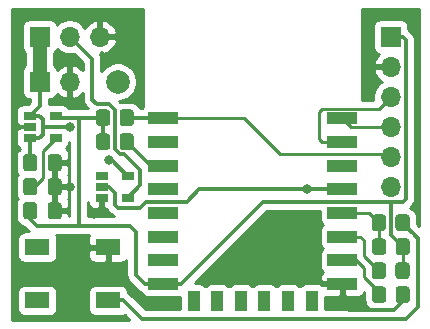
<source format=gbr>
%TF.GenerationSoftware,KiCad,Pcbnew,(5.1.9)-1*%
%TF.CreationDate,2021-10-20T11:11:32-07:00*%
%TF.ProjectId,LED-Controller-ESP-12F,4c45442d-436f-46e7-9472-6f6c6c65722d,A*%
%TF.SameCoordinates,Original*%
%TF.FileFunction,Copper,L1,Top*%
%TF.FilePolarity,Positive*%
%FSLAX46Y46*%
G04 Gerber Fmt 4.6, Leading zero omitted, Abs format (unit mm)*
G04 Created by KiCad (PCBNEW (5.1.9)-1) date 2021-10-20 11:11:32*
%MOMM*%
%LPD*%
G01*
G04 APERTURE LIST*
%TA.AperFunction,ComponentPad*%
%ADD10R,1.700000X1.700000*%
%TD*%
%TA.AperFunction,ComponentPad*%
%ADD11O,1.700000X1.700000*%
%TD*%
%TA.AperFunction,SMDPad,CuDef*%
%ADD12R,2.100000X1.400000*%
%TD*%
%TA.AperFunction,SMDPad,CuDef*%
%ADD13R,1.060000X0.650000*%
%TD*%
%TA.AperFunction,SMDPad,CuDef*%
%ADD14R,2.500000X1.000000*%
%TD*%
%TA.AperFunction,SMDPad,CuDef*%
%ADD15R,1.000000X1.800000*%
%TD*%
%TA.AperFunction,ComponentPad*%
%ADD16C,2.000000*%
%TD*%
%TA.AperFunction,ViaPad*%
%ADD17C,0.800000*%
%TD*%
%TA.AperFunction,Conductor*%
%ADD18C,0.300387*%
%TD*%
%TA.AperFunction,Conductor*%
%ADD19C,1.152000*%
%TD*%
%TA.AperFunction,Conductor*%
%ADD20C,0.250000*%
%TD*%
%TA.AperFunction,Conductor*%
%ADD21C,0.254000*%
%TD*%
%TA.AperFunction,Conductor*%
%ADD22C,0.100000*%
%TD*%
G04 APERTURE END LIST*
%TO.P,C1,1*%
%TO.N,5V*%
%TA.AperFunction,SMDPad,CuDef*%
G36*
G01*
X109859500Y-112997000D02*
X109859500Y-112047000D01*
G75*
G02*
X110109500Y-111797000I250000J0D01*
G01*
X110784500Y-111797000D01*
G75*
G02*
X111034500Y-112047000I0J-250000D01*
G01*
X111034500Y-112997000D01*
G75*
G02*
X110784500Y-113247000I-250000J0D01*
G01*
X110109500Y-113247000D01*
G75*
G02*
X109859500Y-112997000I0J250000D01*
G01*
G37*
%TD.AperFunction*%
%TO.P,C1,2*%
%TO.N,GROUND*%
%TA.AperFunction,SMDPad,CuDef*%
G36*
G01*
X111934500Y-112997000D02*
X111934500Y-112047000D01*
G75*
G02*
X112184500Y-111797000I250000J0D01*
G01*
X112859500Y-111797000D01*
G75*
G02*
X113109500Y-112047000I0J-250000D01*
G01*
X113109500Y-112997000D01*
G75*
G02*
X112859500Y-113247000I-250000J0D01*
G01*
X112184500Y-113247000D01*
G75*
G02*
X111934500Y-112997000I0J250000D01*
G01*
G37*
%TD.AperFunction*%
%TD*%
%TO.P,C2,2*%
%TO.N,GROUND*%
%TA.AperFunction,SMDPad,CuDef*%
G36*
G01*
X111934500Y-115029000D02*
X111934500Y-114079000D01*
G75*
G02*
X112184500Y-113829000I250000J0D01*
G01*
X112859500Y-113829000D01*
G75*
G02*
X113109500Y-114079000I0J-250000D01*
G01*
X113109500Y-115029000D01*
G75*
G02*
X112859500Y-115279000I-250000J0D01*
G01*
X112184500Y-115279000D01*
G75*
G02*
X111934500Y-115029000I0J250000D01*
G01*
G37*
%TD.AperFunction*%
%TO.P,C2,1*%
%TO.N,Net-(C2-Pad1)*%
%TA.AperFunction,SMDPad,CuDef*%
G36*
G01*
X109859500Y-115029000D02*
X109859500Y-114079000D01*
G75*
G02*
X110109500Y-113829000I250000J0D01*
G01*
X110784500Y-113829000D01*
G75*
G02*
X111034500Y-114079000I0J-250000D01*
G01*
X111034500Y-115029000D01*
G75*
G02*
X110784500Y-115279000I-250000J0D01*
G01*
X110109500Y-115279000D01*
G75*
G02*
X109859500Y-115029000I0J250000D01*
G01*
G37*
%TD.AperFunction*%
%TD*%
%TO.P,C3,1*%
%TO.N,3V3*%
%TA.AperFunction,SMDPad,CuDef*%
G36*
G01*
X109859500Y-117061000D02*
X109859500Y-116111000D01*
G75*
G02*
X110109500Y-115861000I250000J0D01*
G01*
X110784500Y-115861000D01*
G75*
G02*
X111034500Y-116111000I0J-250000D01*
G01*
X111034500Y-117061000D01*
G75*
G02*
X110784500Y-117311000I-250000J0D01*
G01*
X110109500Y-117311000D01*
G75*
G02*
X109859500Y-117061000I0J250000D01*
G01*
G37*
%TD.AperFunction*%
%TO.P,C3,2*%
%TO.N,GROUND*%
%TA.AperFunction,SMDPad,CuDef*%
G36*
G01*
X111934500Y-117061000D02*
X111934500Y-116111000D01*
G75*
G02*
X112184500Y-115861000I250000J0D01*
G01*
X112859500Y-115861000D01*
G75*
G02*
X113109500Y-116111000I0J-250000D01*
G01*
X113109500Y-117061000D01*
G75*
G02*
X112859500Y-117311000I-250000J0D01*
G01*
X112184500Y-117311000D01*
G75*
G02*
X111934500Y-117061000I0J250000D01*
G01*
G37*
%TD.AperFunction*%
%TD*%
D10*
%TO.P,J1,1*%
%TO.N,5V*%
X111252000Y-105664000D03*
D11*
%TO.P,J1,2*%
%TO.N,GROUND*%
X113792000Y-105664000D03*
%TD*%
D10*
%TO.P,J2,1*%
%TO.N,5V*%
X111252000Y-101854000D03*
D11*
%TO.P,J2,2*%
%TO.N,DATA*%
X113792000Y-101854000D03*
%TO.P,J2,3*%
%TO.N,GROUND*%
X116332000Y-101854000D03*
%TD*%
D10*
%TO.P,J3,1*%
%TO.N,3V3*%
X140970000Y-101854000D03*
D11*
%TO.P,J3,2*%
%TO.N,GROUND*%
X140970000Y-104394000D03*
%TO.P,J3,3*%
%TO.N,RX*%
X140970000Y-106934000D03*
%TO.P,J3,4*%
%TO.N,TX*%
X140970000Y-109474000D03*
%TO.P,J3,5*%
%TO.N,RESET*%
X140970000Y-112014000D03*
%TO.P,J3,6*%
%TO.N,Net-(J3-Pad6)*%
X140970000Y-114554000D03*
%TD*%
%TO.P,R1,2*%
%TO.N,RESET*%
%TA.AperFunction,SMDPad,CuDef*%
G36*
G01*
X118018000Y-109162001D02*
X118018000Y-108261999D01*
G75*
G02*
X118267999Y-108012000I249999J0D01*
G01*
X118968001Y-108012000D01*
G75*
G02*
X119218000Y-108261999I0J-249999D01*
G01*
X119218000Y-109162001D01*
G75*
G02*
X118968001Y-109412000I-249999J0D01*
G01*
X118267999Y-109412000D01*
G75*
G02*
X118018000Y-109162001I0J249999D01*
G01*
G37*
%TD.AperFunction*%
%TO.P,R1,1*%
%TO.N,3V3*%
%TA.AperFunction,SMDPad,CuDef*%
G36*
G01*
X116018000Y-109162001D02*
X116018000Y-108261999D01*
G75*
G02*
X116267999Y-108012000I249999J0D01*
G01*
X116968001Y-108012000D01*
G75*
G02*
X117218000Y-108261999I0J-249999D01*
G01*
X117218000Y-109162001D01*
G75*
G02*
X116968001Y-109412000I-249999J0D01*
G01*
X116267999Y-109412000D01*
G75*
G02*
X116018000Y-109162001I0J249999D01*
G01*
G37*
%TD.AperFunction*%
%TD*%
%TO.P,R2,1*%
%TO.N,3V3*%
%TA.AperFunction,SMDPad,CuDef*%
G36*
G01*
X116018000Y-111194001D02*
X116018000Y-110293999D01*
G75*
G02*
X116267999Y-110044000I249999J0D01*
G01*
X116968001Y-110044000D01*
G75*
G02*
X117218000Y-110293999I0J-249999D01*
G01*
X117218000Y-111194001D01*
G75*
G02*
X116968001Y-111444000I-249999J0D01*
G01*
X116267999Y-111444000D01*
G75*
G02*
X116018000Y-111194001I0J249999D01*
G01*
G37*
%TD.AperFunction*%
%TO.P,R2,2*%
%TO.N,ENABLE*%
%TA.AperFunction,SMDPad,CuDef*%
G36*
G01*
X118018000Y-111194001D02*
X118018000Y-110293999D01*
G75*
G02*
X118267999Y-110044000I249999J0D01*
G01*
X118968001Y-110044000D01*
G75*
G02*
X119218000Y-110293999I0J-249999D01*
G01*
X119218000Y-111194001D01*
G75*
G02*
X118968001Y-111444000I-249999J0D01*
G01*
X118267999Y-111444000D01*
G75*
G02*
X118018000Y-111194001I0J249999D01*
G01*
G37*
%TD.AperFunction*%
%TD*%
%TO.P,R3,2*%
%TO.N,GPIO2*%
%TA.AperFunction,SMDPad,CuDef*%
G36*
G01*
X140570000Y-121215999D02*
X140570000Y-122116001D01*
G75*
G02*
X140320001Y-122366000I-249999J0D01*
G01*
X139619999Y-122366000D01*
G75*
G02*
X139370000Y-122116001I0J249999D01*
G01*
X139370000Y-121215999D01*
G75*
G02*
X139619999Y-120966000I249999J0D01*
G01*
X140320001Y-120966000D01*
G75*
G02*
X140570000Y-121215999I0J-249999D01*
G01*
G37*
%TD.AperFunction*%
%TO.P,R3,1*%
%TO.N,3V3*%
%TA.AperFunction,SMDPad,CuDef*%
G36*
G01*
X142570000Y-121215999D02*
X142570000Y-122116001D01*
G75*
G02*
X142320001Y-122366000I-249999J0D01*
G01*
X141619999Y-122366000D01*
G75*
G02*
X141370000Y-122116001I0J249999D01*
G01*
X141370000Y-121215999D01*
G75*
G02*
X141619999Y-120966000I249999J0D01*
G01*
X142320001Y-120966000D01*
G75*
G02*
X142570000Y-121215999I0J-249999D01*
G01*
G37*
%TD.AperFunction*%
%TD*%
%TO.P,R4,1*%
%TO.N,GPIO0*%
%TA.AperFunction,SMDPad,CuDef*%
G36*
G01*
X139386000Y-120084001D02*
X139386000Y-119183999D01*
G75*
G02*
X139635999Y-118934000I249999J0D01*
G01*
X140336001Y-118934000D01*
G75*
G02*
X140586000Y-119183999I0J-249999D01*
G01*
X140586000Y-120084001D01*
G75*
G02*
X140336001Y-120334000I-249999J0D01*
G01*
X139635999Y-120334000D01*
G75*
G02*
X139386000Y-120084001I0J249999D01*
G01*
G37*
%TD.AperFunction*%
%TO.P,R4,2*%
%TO.N,3V3*%
%TA.AperFunction,SMDPad,CuDef*%
G36*
G01*
X141386000Y-120084001D02*
X141386000Y-119183999D01*
G75*
G02*
X141635999Y-118934000I249999J0D01*
G01*
X142336001Y-118934000D01*
G75*
G02*
X142586000Y-119183999I0J-249999D01*
G01*
X142586000Y-120084001D01*
G75*
G02*
X142336001Y-120334000I-249999J0D01*
G01*
X141635999Y-120334000D01*
G75*
G02*
X141386000Y-120084001I0J249999D01*
G01*
G37*
%TD.AperFunction*%
%TD*%
%TO.P,R5,1*%
%TO.N,GROUND*%
%TA.AperFunction,SMDPad,CuDef*%
G36*
G01*
X142586000Y-123247999D02*
X142586000Y-124148001D01*
G75*
G02*
X142336001Y-124398000I-249999J0D01*
G01*
X141635999Y-124398000D01*
G75*
G02*
X141386000Y-124148001I0J249999D01*
G01*
X141386000Y-123247999D01*
G75*
G02*
X141635999Y-122998000I249999J0D01*
G01*
X142336001Y-122998000D01*
G75*
G02*
X142586000Y-123247999I0J-249999D01*
G01*
G37*
%TD.AperFunction*%
%TO.P,R5,2*%
%TO.N,GPIO15*%
%TA.AperFunction,SMDPad,CuDef*%
G36*
G01*
X140586000Y-123247999D02*
X140586000Y-124148001D01*
G75*
G02*
X140336001Y-124398000I-249999J0D01*
G01*
X139635999Y-124398000D01*
G75*
G02*
X139386000Y-124148001I0J249999D01*
G01*
X139386000Y-123247999D01*
G75*
G02*
X139635999Y-122998000I249999J0D01*
G01*
X140336001Y-122998000D01*
G75*
G02*
X140586000Y-123247999I0J-249999D01*
G01*
G37*
%TD.AperFunction*%
%TD*%
%TO.P,R6,2*%
%TO.N,GPIO0*%
%TA.AperFunction,SMDPad,CuDef*%
G36*
G01*
X140570000Y-117151999D02*
X140570000Y-118052001D01*
G75*
G02*
X140320001Y-118302000I-249999J0D01*
G01*
X139619999Y-118302000D01*
G75*
G02*
X139370000Y-118052001I0J249999D01*
G01*
X139370000Y-117151999D01*
G75*
G02*
X139619999Y-116902000I249999J0D01*
G01*
X140320001Y-116902000D01*
G75*
G02*
X140570000Y-117151999I0J-249999D01*
G01*
G37*
%TD.AperFunction*%
%TO.P,R6,1*%
%TO.N,Net-(R6-Pad1)*%
%TA.AperFunction,SMDPad,CuDef*%
G36*
G01*
X142570000Y-117151999D02*
X142570000Y-118052001D01*
G75*
G02*
X142320001Y-118302000I-249999J0D01*
G01*
X141619999Y-118302000D01*
G75*
G02*
X141370000Y-118052001I0J249999D01*
G01*
X141370000Y-117151999D01*
G75*
G02*
X141619999Y-116902000I249999J0D01*
G01*
X142320001Y-116902000D01*
G75*
G02*
X142570000Y-117151999I0J-249999D01*
G01*
G37*
%TD.AperFunction*%
%TD*%
D12*
%TO.P,SW1,1*%
%TO.N,Net-(SW1-Pad1)*%
X111046000Y-119670000D03*
%TO.P,SW1,2*%
%TO.N,GROUND*%
X117046000Y-119670000D03*
%TO.P,SW1,3*%
%TO.N,Net-(SW1-Pad3)*%
X111046000Y-124170000D03*
%TO.P,SW1,4*%
%TO.N,Net-(R6-Pad1)*%
X117046000Y-124170000D03*
%TD*%
D13*
%TO.P,U1,5*%
%TO.N,3V3*%
X112606000Y-108524000D03*
%TO.P,U1,4*%
%TO.N,Net-(C2-Pad1)*%
X112606000Y-110424000D03*
%TO.P,U1,3*%
%TO.N,5V*%
X110406000Y-110424000D03*
%TO.P,U1,2*%
%TO.N,GROUND*%
X110406000Y-109474000D03*
%TO.P,U1,1*%
%TO.N,5V*%
X110406000Y-108524000D03*
%TD*%
%TO.P,U2,1*%
%TO.N,Net-(U2-Pad1)*%
X116502000Y-113604000D03*
%TO.P,U2,2*%
%TO.N,GPIO4*%
X116502000Y-114554000D03*
%TO.P,U2,3*%
%TO.N,GROUND*%
X116502000Y-115504000D03*
%TO.P,U2,4*%
%TO.N,DATA*%
X118702000Y-115504000D03*
%TO.P,U2,5*%
%TO.N,5V*%
X118702000Y-113604000D03*
%TD*%
D14*
%TO.P,U3,1*%
%TO.N,RESET*%
X121686000Y-108768000D03*
%TO.P,U3,2*%
%TO.N,Net-(U3-Pad2)*%
X121686000Y-110768000D03*
%TO.P,U3,3*%
%TO.N,ENABLE*%
X121686000Y-112768000D03*
%TO.P,U3,4*%
%TO.N,Net-(U3-Pad4)*%
X121686000Y-114768000D03*
%TO.P,U3,5*%
%TO.N,Net-(U3-Pad5)*%
X121686000Y-116768000D03*
%TO.P,U3,6*%
%TO.N,Net-(U3-Pad6)*%
X121686000Y-118768000D03*
%TO.P,U3,7*%
%TO.N,Net-(U3-Pad7)*%
X121686000Y-120768000D03*
%TO.P,U3,8*%
%TO.N,3V3*%
X121686000Y-122768000D03*
D15*
%TO.P,U3,9*%
%TO.N,Net-(U3-Pad9)*%
X124286000Y-124268000D03*
%TO.P,U3,10*%
%TO.N,Net-(U3-Pad10)*%
X126286000Y-124268000D03*
%TO.P,U3,11*%
%TO.N,Net-(U3-Pad11)*%
X128286000Y-124268000D03*
%TO.P,U3,12*%
%TO.N,Net-(U3-Pad12)*%
X130286000Y-124268000D03*
%TO.P,U3,13*%
%TO.N,Net-(U3-Pad13)*%
X132286000Y-124268000D03*
%TO.P,U3,14*%
%TO.N,Net-(U3-Pad14)*%
X134286000Y-124268000D03*
D14*
%TO.P,U3,15*%
%TO.N,GROUND*%
X136886000Y-122768000D03*
%TO.P,U3,16*%
%TO.N,GPIO15*%
X136886000Y-120768000D03*
%TO.P,U3,17*%
%TO.N,GPIO2*%
X136886000Y-118768000D03*
%TO.P,U3,18*%
%TO.N,GPIO0*%
X136886000Y-116768000D03*
%TO.P,U3,19*%
%TO.N,GPIO4*%
X136886000Y-114768000D03*
%TO.P,U3,20*%
%TO.N,Net-(U3-Pad20)*%
X136886000Y-112768000D03*
%TO.P,U3,21*%
%TO.N,RX*%
X136886000Y-110768000D03*
%TO.P,U3,22*%
%TO.N,TX*%
X136886000Y-108768000D03*
%TD*%
D16*
%TO.P,TP1,1*%
%TO.N,GPIO4*%
X117856000Y-105664000D03*
%TD*%
D17*
%TO.N,5V*%
X113792000Y-109474000D03*
X117094000Y-112268000D03*
%TO.N,GROUND*%
X115824000Y-116840000D03*
X134112000Y-121666000D03*
X113792000Y-114554000D03*
%TO.N,GPIO4*%
X133898000Y-114768000D03*
%TD*%
D18*
%TO.N,Net-(R6-Pad1)*%
X142240000Y-125730000D02*
X143256000Y-124714000D01*
X119888000Y-125730000D02*
X142240000Y-125730000D01*
X118328000Y-124170000D02*
X119888000Y-125730000D01*
X142936204Y-118568204D02*
X141970000Y-117602000D01*
X117046000Y-124170000D02*
X118328000Y-124170000D01*
X143240000Y-118872000D02*
X142936204Y-118568204D01*
X143256000Y-118872000D02*
X143240000Y-118872000D01*
X143256000Y-124714000D02*
X143256000Y-118872000D01*
%TO.N,5V*%
X111252000Y-107678000D02*
X110406000Y-108524000D01*
X111252000Y-105664000D02*
X111252000Y-107678000D01*
X111236387Y-108524000D02*
X111506000Y-108793613D01*
X110406000Y-108524000D02*
X111236387Y-108524000D01*
X111506000Y-110154387D02*
X111236387Y-110424000D01*
X111236387Y-110424000D02*
X110406000Y-110424000D01*
X110406000Y-112481000D02*
X110447000Y-112522000D01*
X110406000Y-110424000D02*
X110406000Y-112481000D01*
X111506000Y-108793613D02*
X111506000Y-109474000D01*
X111506000Y-109474000D02*
X111506000Y-110154387D01*
X111506000Y-109474000D02*
X113030000Y-109474000D01*
X113030000Y-109474000D02*
X113041806Y-109474000D01*
X113030000Y-109474000D02*
X113792000Y-109474000D01*
X113792000Y-109474000D02*
X113792000Y-109474000D01*
X118702000Y-113604000D02*
X118684000Y-113604000D01*
X118684000Y-113604000D02*
X117348000Y-112268000D01*
X117348000Y-112268000D02*
X117094000Y-112268000D01*
X117094000Y-112268000D02*
X117094000Y-112268000D01*
D19*
X111252000Y-101854000D02*
X111252000Y-105664000D01*
D18*
%TO.N,GROUND*%
X116502000Y-116162000D02*
X115824000Y-116840000D01*
X116502000Y-115504000D02*
X116502000Y-116162000D01*
X110406000Y-109474000D02*
X108966000Y-109474000D01*
X136906000Y-124460000D02*
X136906000Y-122788000D01*
X137414000Y-124968000D02*
X136906000Y-124460000D01*
X136906000Y-122788000D02*
X136886000Y-122768000D01*
X141224000Y-124968000D02*
X137414000Y-124968000D01*
X141986000Y-124206000D02*
X141224000Y-124968000D01*
X141986000Y-123698000D02*
X141986000Y-124206000D01*
D20*
%TO.N,Net-(C2-Pad1)*%
X110447000Y-114554000D02*
X110744000Y-114554000D01*
X110744000Y-114554000D02*
X111506000Y-113792000D01*
X111506000Y-111524000D02*
X112606000Y-110424000D01*
X111506000Y-113792000D02*
X111506000Y-111524000D01*
D18*
%TO.N,3V3*%
X116618000Y-108712000D02*
X116618000Y-110744000D01*
X112794000Y-108712000D02*
X112606000Y-108524000D01*
D20*
X141986000Y-121650000D02*
X141970000Y-121666000D01*
X141986000Y-119634000D02*
X141986000Y-121650000D01*
D18*
X116618000Y-108712000D02*
X114554000Y-108712000D01*
X114554000Y-108712000D02*
X112794000Y-108712000D01*
X119380000Y-122012387D02*
X120135613Y-122768000D01*
X120135613Y-122768000D02*
X121686000Y-122768000D01*
X119380000Y-118364000D02*
X119380000Y-122012387D01*
X114554000Y-108712000D02*
X114554000Y-117602000D01*
X110447000Y-117305000D02*
X110447000Y-116586000D01*
X110998000Y-117856000D02*
X110447000Y-117305000D01*
X114554000Y-117856000D02*
X110998000Y-117856000D01*
X114554000Y-117602000D02*
X114554000Y-117856000D01*
X118872000Y-117856000D02*
X119380000Y-118364000D01*
X114554000Y-117856000D02*
X118872000Y-117856000D01*
X123236387Y-122768000D02*
X130180387Y-115824000D01*
X121686000Y-122768000D02*
X123236387Y-122768000D01*
X130180387Y-115824000D02*
X140970000Y-115824000D01*
X140970000Y-118618000D02*
X141986000Y-119634000D01*
X140970000Y-115824000D02*
X140970000Y-118618000D01*
X142240000Y-102108000D02*
X141986000Y-101854000D01*
X142240000Y-115570000D02*
X142240000Y-102108000D01*
X141986000Y-115824000D02*
X142240000Y-115570000D01*
X141986000Y-101854000D02*
X140970000Y-101854000D01*
X140970000Y-115824000D02*
X141986000Y-115824000D01*
%TO.N,DATA*%
X118702000Y-115504000D02*
X118702000Y-115486000D01*
X118702000Y-115486000D02*
X119761000Y-114427000D01*
X118019386Y-111794204D02*
X117602000Y-111376818D01*
X118377556Y-111794204D02*
X118019386Y-111794204D01*
X119761000Y-113177648D02*
X118377556Y-111794204D01*
X119761000Y-114427000D02*
X119761000Y-113177648D01*
X117602000Y-108047182D02*
X117123818Y-107569000D01*
X117602000Y-111376818D02*
X117602000Y-108047182D01*
X117123818Y-107569000D02*
X116078000Y-107569000D01*
X116078000Y-107569000D02*
X115697000Y-107188000D01*
X115697000Y-103759000D02*
X113792000Y-101854000D01*
X115697000Y-107188000D02*
X115697000Y-103759000D01*
D20*
%TO.N,RX*%
X135152000Y-110768000D02*
X136886000Y-110768000D01*
X134874000Y-110490000D02*
X135152000Y-110768000D01*
X134874000Y-108204000D02*
X134874000Y-110490000D01*
X135135001Y-107942999D02*
X134874000Y-108204000D01*
X139961001Y-107942999D02*
X135135001Y-107942999D01*
X140970000Y-106934000D02*
X139961001Y-107942999D01*
%TO.N,TX*%
X137592000Y-109474000D02*
X136886000Y-108768000D01*
X140970000Y-109474000D02*
X137592000Y-109474000D01*
D18*
%TO.N,RESET*%
X121630000Y-108712000D02*
X121686000Y-108768000D01*
X118618000Y-108712000D02*
X121630000Y-108712000D01*
D20*
X140970000Y-112014000D02*
X140716000Y-111760000D01*
X140716000Y-111760000D02*
X131572000Y-111760000D01*
X128580000Y-108768000D02*
X121686000Y-108768000D01*
X131572000Y-111760000D02*
X128580000Y-108768000D01*
D18*
%TO.N,ENABLE*%
X120642000Y-112768000D02*
X121686000Y-112768000D01*
X118618000Y-110744000D02*
X120642000Y-112768000D01*
D20*
%TO.N,GPIO2*%
X139970000Y-121666000D02*
X139954000Y-121666000D01*
X139954000Y-121666000D02*
X138684000Y-120396000D01*
X138386000Y-118768000D02*
X136886000Y-118768000D01*
X138684000Y-119066000D02*
X138386000Y-118768000D01*
X138684000Y-120396000D02*
X138684000Y-119066000D01*
%TO.N,GPIO0*%
X139136000Y-116768000D02*
X139970000Y-117602000D01*
X136886000Y-116768000D02*
X139136000Y-116768000D01*
X139970000Y-119618000D02*
X139986000Y-119634000D01*
X139970000Y-117602000D02*
X139970000Y-119618000D01*
%TO.N,GPIO15*%
X138040000Y-120768000D02*
X136886000Y-120768000D01*
X138684000Y-121412000D02*
X138040000Y-120768000D01*
X139954000Y-123500998D02*
X138684000Y-122230998D01*
X139954000Y-123698000D02*
X139954000Y-123500998D01*
X138684000Y-122230998D02*
X138684000Y-121412000D01*
X139986000Y-123698000D02*
X139954000Y-123698000D01*
D18*
%TO.N,GPIO4*%
X136886000Y-114768000D02*
X133898000Y-114768000D01*
X124754000Y-114768000D02*
X123698000Y-115824000D01*
X120249648Y-115824000D02*
X119741648Y-116332000D01*
X123698000Y-115824000D02*
X120249648Y-115824000D01*
X119741648Y-116332000D02*
X117856000Y-116332000D01*
X117856000Y-116332000D02*
X117602000Y-116078000D01*
X117602000Y-116078000D02*
X117602000Y-115062000D01*
X117094000Y-114554000D02*
X116502000Y-114554000D01*
X117602000Y-115062000D02*
X117094000Y-114554000D01*
X133898000Y-114768000D02*
X124754000Y-114768000D01*
%TD*%
D21*
%TO.N,GROUND*%
X120015000Y-107792043D02*
X119984815Y-107816815D01*
X119905463Y-107913506D01*
X119898353Y-107926807D01*
X119789885Y-107926807D01*
X119788472Y-107922149D01*
X119706405Y-107768613D01*
X119595962Y-107634038D01*
X119461387Y-107523595D01*
X119307851Y-107441528D01*
X119141255Y-107390992D01*
X118968001Y-107373928D01*
X118267999Y-107373928D01*
X118094745Y-107390992D01*
X118065202Y-107399954D01*
X117964248Y-107299000D01*
X118017033Y-107299000D01*
X118332912Y-107236168D01*
X118630463Y-107112918D01*
X118898252Y-106933987D01*
X119125987Y-106706252D01*
X119304918Y-106438463D01*
X119428168Y-106140912D01*
X119491000Y-105825033D01*
X119491000Y-105502967D01*
X119428168Y-105187088D01*
X119304918Y-104889537D01*
X119125987Y-104621748D01*
X118898252Y-104394013D01*
X118630463Y-104215082D01*
X118332912Y-104091832D01*
X118017033Y-104029000D01*
X117694967Y-104029000D01*
X117379088Y-104091832D01*
X117081537Y-104215082D01*
X116813748Y-104394013D01*
X116586013Y-104621748D01*
X116482193Y-104777126D01*
X116482193Y-103797570D01*
X116485992Y-103759000D01*
X116482193Y-103720427D01*
X116470832Y-103605075D01*
X116425934Y-103457066D01*
X116362826Y-103339000D01*
X116459002Y-103339000D01*
X116459002Y-103174156D01*
X116688890Y-103295476D01*
X116836099Y-103250825D01*
X117098920Y-103125641D01*
X117332269Y-102951588D01*
X117527178Y-102735355D01*
X117676157Y-102485252D01*
X117773481Y-102210891D01*
X117652814Y-101981000D01*
X116459000Y-101981000D01*
X116459000Y-102001000D01*
X116205000Y-102001000D01*
X116205000Y-101981000D01*
X116185000Y-101981000D01*
X116185000Y-101727000D01*
X116205000Y-101727000D01*
X116205000Y-100533845D01*
X116459000Y-100533845D01*
X116459000Y-101727000D01*
X117652814Y-101727000D01*
X117773481Y-101497109D01*
X117676157Y-101222748D01*
X117527178Y-100972645D01*
X117332269Y-100756412D01*
X117098920Y-100582359D01*
X116836099Y-100457175D01*
X116688890Y-100412524D01*
X116459000Y-100533845D01*
X116205000Y-100533845D01*
X115975110Y-100412524D01*
X115827901Y-100457175D01*
X115565080Y-100582359D01*
X115331731Y-100756412D01*
X115136822Y-100972645D01*
X115067195Y-101089534D01*
X114945475Y-100907368D01*
X114738632Y-100700525D01*
X114495411Y-100538010D01*
X114225158Y-100426068D01*
X113938260Y-100369000D01*
X113645740Y-100369000D01*
X113358842Y-100426068D01*
X113088589Y-100538010D01*
X112845368Y-100700525D01*
X112713513Y-100832380D01*
X112691502Y-100759820D01*
X112632537Y-100649506D01*
X112553185Y-100552815D01*
X112456494Y-100473463D01*
X112346180Y-100414498D01*
X112226482Y-100378188D01*
X112102000Y-100365928D01*
X110402000Y-100365928D01*
X110277518Y-100378188D01*
X110157820Y-100414498D01*
X110047506Y-100473463D01*
X109950815Y-100552815D01*
X109871463Y-100649506D01*
X109812498Y-100759820D01*
X109776188Y-100879518D01*
X109763928Y-101004000D01*
X109763928Y-102704000D01*
X109776188Y-102828482D01*
X109812498Y-102948180D01*
X109871463Y-103058494D01*
X109950815Y-103155185D01*
X110041000Y-103229198D01*
X110041001Y-104288802D01*
X109950815Y-104362815D01*
X109871463Y-104459506D01*
X109812498Y-104569820D01*
X109776188Y-104689518D01*
X109763928Y-104814000D01*
X109763928Y-106514000D01*
X109776188Y-106638482D01*
X109812498Y-106758180D01*
X109871463Y-106868494D01*
X109950815Y-106965185D01*
X110047506Y-107044537D01*
X110157820Y-107103502D01*
X110277518Y-107139812D01*
X110402000Y-107152072D01*
X110466808Y-107152072D01*
X110466808Y-107352762D01*
X110258642Y-107560928D01*
X109876000Y-107560928D01*
X109751518Y-107573188D01*
X109631820Y-107609498D01*
X109521506Y-107668463D01*
X109424815Y-107747815D01*
X109345463Y-107844506D01*
X109286498Y-107954820D01*
X109250188Y-108074518D01*
X109237928Y-108199000D01*
X109237928Y-108849000D01*
X109250188Y-108973482D01*
X109257929Y-108999000D01*
X109250188Y-109024518D01*
X109237928Y-109149000D01*
X109241000Y-109188250D01*
X109399750Y-109347000D01*
X109481859Y-109347000D01*
X109521506Y-109379537D01*
X109631820Y-109438502D01*
X109748841Y-109474000D01*
X109631820Y-109509498D01*
X109521506Y-109568463D01*
X109481859Y-109601000D01*
X109399750Y-109601000D01*
X109241000Y-109759750D01*
X109237928Y-109799000D01*
X109250188Y-109923482D01*
X109257929Y-109949000D01*
X109250188Y-109974518D01*
X109237928Y-110099000D01*
X109237928Y-110749000D01*
X109250188Y-110873482D01*
X109286498Y-110993180D01*
X109345463Y-111103494D01*
X109424815Y-111200185D01*
X109521506Y-111279537D01*
X109600240Y-111321622D01*
X109481538Y-111419038D01*
X109371095Y-111553614D01*
X109289028Y-111707150D01*
X109238492Y-111873746D01*
X109221428Y-112047000D01*
X109221428Y-112997000D01*
X109238492Y-113170254D01*
X109289028Y-113336850D01*
X109371095Y-113490386D01*
X109410171Y-113538000D01*
X109371095Y-113585614D01*
X109289028Y-113739150D01*
X109238492Y-113905746D01*
X109221428Y-114079000D01*
X109221428Y-115029000D01*
X109238492Y-115202254D01*
X109289028Y-115368850D01*
X109371095Y-115522386D01*
X109410171Y-115570000D01*
X109371095Y-115617614D01*
X109289028Y-115771150D01*
X109238492Y-115937746D01*
X109221428Y-116111000D01*
X109221428Y-117061000D01*
X109238492Y-117234254D01*
X109289028Y-117400850D01*
X109371095Y-117554386D01*
X109481538Y-117688962D01*
X109616114Y-117799405D01*
X109769650Y-117881472D01*
X109936246Y-117932008D01*
X109966564Y-117934994D01*
X110363498Y-118331928D01*
X109996000Y-118331928D01*
X109871518Y-118344188D01*
X109751820Y-118380498D01*
X109641506Y-118439463D01*
X109544815Y-118518815D01*
X109465463Y-118615506D01*
X109406498Y-118725820D01*
X109370188Y-118845518D01*
X109357928Y-118970000D01*
X109357928Y-120370000D01*
X109370188Y-120494482D01*
X109406498Y-120614180D01*
X109465463Y-120724494D01*
X109544815Y-120821185D01*
X109641506Y-120900537D01*
X109751820Y-120959502D01*
X109871518Y-120995812D01*
X109996000Y-121008072D01*
X112096000Y-121008072D01*
X112220482Y-120995812D01*
X112340180Y-120959502D01*
X112450494Y-120900537D01*
X112547185Y-120821185D01*
X112626537Y-120724494D01*
X112685502Y-120614180D01*
X112721812Y-120494482D01*
X112734072Y-120370000D01*
X115357928Y-120370000D01*
X115370188Y-120494482D01*
X115406498Y-120614180D01*
X115465463Y-120724494D01*
X115544815Y-120821185D01*
X115641506Y-120900537D01*
X115751820Y-120959502D01*
X115871518Y-120995812D01*
X115996000Y-121008072D01*
X116760250Y-121005000D01*
X116919000Y-120846250D01*
X116919000Y-119797000D01*
X115519750Y-119797000D01*
X115361000Y-119955750D01*
X115357928Y-120370000D01*
X112734072Y-120370000D01*
X112734072Y-118970000D01*
X112721812Y-118845518D01*
X112685502Y-118725820D01*
X112640267Y-118641193D01*
X114515428Y-118641193D01*
X114554000Y-118644992D01*
X114592573Y-118641193D01*
X115451733Y-118641193D01*
X115406498Y-118725820D01*
X115370188Y-118845518D01*
X115357928Y-118970000D01*
X115361000Y-119384250D01*
X115519750Y-119543000D01*
X116919000Y-119543000D01*
X116919000Y-119523000D01*
X117173000Y-119523000D01*
X117173000Y-119543000D01*
X117193000Y-119543000D01*
X117193000Y-119797000D01*
X117173000Y-119797000D01*
X117173000Y-120846250D01*
X117331750Y-121005000D01*
X118096000Y-121008072D01*
X118220482Y-120995812D01*
X118340180Y-120959502D01*
X118450494Y-120900537D01*
X118547185Y-120821185D01*
X118594808Y-120763156D01*
X118594808Y-121973807D01*
X118591008Y-122012387D01*
X118606169Y-122166312D01*
X118651067Y-122314321D01*
X118723977Y-122450727D01*
X118783491Y-122523245D01*
X118822099Y-122570289D01*
X118852060Y-122594877D01*
X119553122Y-123295940D01*
X119577711Y-123325902D01*
X119609528Y-123352013D01*
X119697272Y-123424023D01*
X119770183Y-123462994D01*
X119833679Y-123496934D01*
X119842704Y-123499672D01*
X119846498Y-123512180D01*
X119905463Y-123622494D01*
X119984815Y-123719185D01*
X120081506Y-123798537D01*
X120191820Y-123857502D01*
X120311518Y-123893812D01*
X120436000Y-123906072D01*
X122936000Y-123906072D01*
X123060482Y-123893812D01*
X123147928Y-123867286D01*
X123147928Y-124944807D01*
X120213238Y-124944807D01*
X118910495Y-123642065D01*
X118885902Y-123612098D01*
X118766340Y-123513977D01*
X118734072Y-123496729D01*
X118734072Y-123470000D01*
X118721812Y-123345518D01*
X118685502Y-123225820D01*
X118626537Y-123115506D01*
X118547185Y-123018815D01*
X118450494Y-122939463D01*
X118340180Y-122880498D01*
X118220482Y-122844188D01*
X118096000Y-122831928D01*
X115996000Y-122831928D01*
X115871518Y-122844188D01*
X115751820Y-122880498D01*
X115641506Y-122939463D01*
X115544815Y-123018815D01*
X115465463Y-123115506D01*
X115406498Y-123225820D01*
X115370188Y-123345518D01*
X115357928Y-123470000D01*
X115357928Y-124870000D01*
X115370188Y-124994482D01*
X115406498Y-125114180D01*
X115465463Y-125224494D01*
X115544815Y-125321185D01*
X115641506Y-125400537D01*
X115751820Y-125459502D01*
X115871518Y-125495812D01*
X115996000Y-125508072D01*
X118096000Y-125508072D01*
X118220482Y-125495812D01*
X118340180Y-125459502D01*
X118448938Y-125401369D01*
X118854569Y-125807000D01*
X108889000Y-125807000D01*
X108889000Y-123470000D01*
X109357928Y-123470000D01*
X109357928Y-124870000D01*
X109370188Y-124994482D01*
X109406498Y-125114180D01*
X109465463Y-125224494D01*
X109544815Y-125321185D01*
X109641506Y-125400537D01*
X109751820Y-125459502D01*
X109871518Y-125495812D01*
X109996000Y-125508072D01*
X112096000Y-125508072D01*
X112220482Y-125495812D01*
X112340180Y-125459502D01*
X112450494Y-125400537D01*
X112547185Y-125321185D01*
X112626537Y-125224494D01*
X112685502Y-125114180D01*
X112721812Y-124994482D01*
X112734072Y-124870000D01*
X112734072Y-123470000D01*
X112721812Y-123345518D01*
X112685502Y-123225820D01*
X112626537Y-123115506D01*
X112547185Y-123018815D01*
X112450494Y-122939463D01*
X112340180Y-122880498D01*
X112220482Y-122844188D01*
X112096000Y-122831928D01*
X109996000Y-122831928D01*
X109871518Y-122844188D01*
X109751820Y-122880498D01*
X109641506Y-122939463D01*
X109544815Y-123018815D01*
X109465463Y-123115506D01*
X109406498Y-123225820D01*
X109370188Y-123345518D01*
X109357928Y-123470000D01*
X108889000Y-123470000D01*
X108889000Y-99491000D01*
X120015000Y-99491000D01*
X120015000Y-107792043D01*
%TA.AperFunction,Conductor*%
D22*
G36*
X120015000Y-107792043D02*
G01*
X119984815Y-107816815D01*
X119905463Y-107913506D01*
X119898353Y-107926807D01*
X119789885Y-107926807D01*
X119788472Y-107922149D01*
X119706405Y-107768613D01*
X119595962Y-107634038D01*
X119461387Y-107523595D01*
X119307851Y-107441528D01*
X119141255Y-107390992D01*
X118968001Y-107373928D01*
X118267999Y-107373928D01*
X118094745Y-107390992D01*
X118065202Y-107399954D01*
X117964248Y-107299000D01*
X118017033Y-107299000D01*
X118332912Y-107236168D01*
X118630463Y-107112918D01*
X118898252Y-106933987D01*
X119125987Y-106706252D01*
X119304918Y-106438463D01*
X119428168Y-106140912D01*
X119491000Y-105825033D01*
X119491000Y-105502967D01*
X119428168Y-105187088D01*
X119304918Y-104889537D01*
X119125987Y-104621748D01*
X118898252Y-104394013D01*
X118630463Y-104215082D01*
X118332912Y-104091832D01*
X118017033Y-104029000D01*
X117694967Y-104029000D01*
X117379088Y-104091832D01*
X117081537Y-104215082D01*
X116813748Y-104394013D01*
X116586013Y-104621748D01*
X116482193Y-104777126D01*
X116482193Y-103797570D01*
X116485992Y-103759000D01*
X116482193Y-103720427D01*
X116470832Y-103605075D01*
X116425934Y-103457066D01*
X116362826Y-103339000D01*
X116459002Y-103339000D01*
X116459002Y-103174156D01*
X116688890Y-103295476D01*
X116836099Y-103250825D01*
X117098920Y-103125641D01*
X117332269Y-102951588D01*
X117527178Y-102735355D01*
X117676157Y-102485252D01*
X117773481Y-102210891D01*
X117652814Y-101981000D01*
X116459000Y-101981000D01*
X116459000Y-102001000D01*
X116205000Y-102001000D01*
X116205000Y-101981000D01*
X116185000Y-101981000D01*
X116185000Y-101727000D01*
X116205000Y-101727000D01*
X116205000Y-100533845D01*
X116459000Y-100533845D01*
X116459000Y-101727000D01*
X117652814Y-101727000D01*
X117773481Y-101497109D01*
X117676157Y-101222748D01*
X117527178Y-100972645D01*
X117332269Y-100756412D01*
X117098920Y-100582359D01*
X116836099Y-100457175D01*
X116688890Y-100412524D01*
X116459000Y-100533845D01*
X116205000Y-100533845D01*
X115975110Y-100412524D01*
X115827901Y-100457175D01*
X115565080Y-100582359D01*
X115331731Y-100756412D01*
X115136822Y-100972645D01*
X115067195Y-101089534D01*
X114945475Y-100907368D01*
X114738632Y-100700525D01*
X114495411Y-100538010D01*
X114225158Y-100426068D01*
X113938260Y-100369000D01*
X113645740Y-100369000D01*
X113358842Y-100426068D01*
X113088589Y-100538010D01*
X112845368Y-100700525D01*
X112713513Y-100832380D01*
X112691502Y-100759820D01*
X112632537Y-100649506D01*
X112553185Y-100552815D01*
X112456494Y-100473463D01*
X112346180Y-100414498D01*
X112226482Y-100378188D01*
X112102000Y-100365928D01*
X110402000Y-100365928D01*
X110277518Y-100378188D01*
X110157820Y-100414498D01*
X110047506Y-100473463D01*
X109950815Y-100552815D01*
X109871463Y-100649506D01*
X109812498Y-100759820D01*
X109776188Y-100879518D01*
X109763928Y-101004000D01*
X109763928Y-102704000D01*
X109776188Y-102828482D01*
X109812498Y-102948180D01*
X109871463Y-103058494D01*
X109950815Y-103155185D01*
X110041000Y-103229198D01*
X110041001Y-104288802D01*
X109950815Y-104362815D01*
X109871463Y-104459506D01*
X109812498Y-104569820D01*
X109776188Y-104689518D01*
X109763928Y-104814000D01*
X109763928Y-106514000D01*
X109776188Y-106638482D01*
X109812498Y-106758180D01*
X109871463Y-106868494D01*
X109950815Y-106965185D01*
X110047506Y-107044537D01*
X110157820Y-107103502D01*
X110277518Y-107139812D01*
X110402000Y-107152072D01*
X110466808Y-107152072D01*
X110466808Y-107352762D01*
X110258642Y-107560928D01*
X109876000Y-107560928D01*
X109751518Y-107573188D01*
X109631820Y-107609498D01*
X109521506Y-107668463D01*
X109424815Y-107747815D01*
X109345463Y-107844506D01*
X109286498Y-107954820D01*
X109250188Y-108074518D01*
X109237928Y-108199000D01*
X109237928Y-108849000D01*
X109250188Y-108973482D01*
X109257929Y-108999000D01*
X109250188Y-109024518D01*
X109237928Y-109149000D01*
X109241000Y-109188250D01*
X109399750Y-109347000D01*
X109481859Y-109347000D01*
X109521506Y-109379537D01*
X109631820Y-109438502D01*
X109748841Y-109474000D01*
X109631820Y-109509498D01*
X109521506Y-109568463D01*
X109481859Y-109601000D01*
X109399750Y-109601000D01*
X109241000Y-109759750D01*
X109237928Y-109799000D01*
X109250188Y-109923482D01*
X109257929Y-109949000D01*
X109250188Y-109974518D01*
X109237928Y-110099000D01*
X109237928Y-110749000D01*
X109250188Y-110873482D01*
X109286498Y-110993180D01*
X109345463Y-111103494D01*
X109424815Y-111200185D01*
X109521506Y-111279537D01*
X109600240Y-111321622D01*
X109481538Y-111419038D01*
X109371095Y-111553614D01*
X109289028Y-111707150D01*
X109238492Y-111873746D01*
X109221428Y-112047000D01*
X109221428Y-112997000D01*
X109238492Y-113170254D01*
X109289028Y-113336850D01*
X109371095Y-113490386D01*
X109410171Y-113538000D01*
X109371095Y-113585614D01*
X109289028Y-113739150D01*
X109238492Y-113905746D01*
X109221428Y-114079000D01*
X109221428Y-115029000D01*
X109238492Y-115202254D01*
X109289028Y-115368850D01*
X109371095Y-115522386D01*
X109410171Y-115570000D01*
X109371095Y-115617614D01*
X109289028Y-115771150D01*
X109238492Y-115937746D01*
X109221428Y-116111000D01*
X109221428Y-117061000D01*
X109238492Y-117234254D01*
X109289028Y-117400850D01*
X109371095Y-117554386D01*
X109481538Y-117688962D01*
X109616114Y-117799405D01*
X109769650Y-117881472D01*
X109936246Y-117932008D01*
X109966564Y-117934994D01*
X110363498Y-118331928D01*
X109996000Y-118331928D01*
X109871518Y-118344188D01*
X109751820Y-118380498D01*
X109641506Y-118439463D01*
X109544815Y-118518815D01*
X109465463Y-118615506D01*
X109406498Y-118725820D01*
X109370188Y-118845518D01*
X109357928Y-118970000D01*
X109357928Y-120370000D01*
X109370188Y-120494482D01*
X109406498Y-120614180D01*
X109465463Y-120724494D01*
X109544815Y-120821185D01*
X109641506Y-120900537D01*
X109751820Y-120959502D01*
X109871518Y-120995812D01*
X109996000Y-121008072D01*
X112096000Y-121008072D01*
X112220482Y-120995812D01*
X112340180Y-120959502D01*
X112450494Y-120900537D01*
X112547185Y-120821185D01*
X112626537Y-120724494D01*
X112685502Y-120614180D01*
X112721812Y-120494482D01*
X112734072Y-120370000D01*
X115357928Y-120370000D01*
X115370188Y-120494482D01*
X115406498Y-120614180D01*
X115465463Y-120724494D01*
X115544815Y-120821185D01*
X115641506Y-120900537D01*
X115751820Y-120959502D01*
X115871518Y-120995812D01*
X115996000Y-121008072D01*
X116760250Y-121005000D01*
X116919000Y-120846250D01*
X116919000Y-119797000D01*
X115519750Y-119797000D01*
X115361000Y-119955750D01*
X115357928Y-120370000D01*
X112734072Y-120370000D01*
X112734072Y-118970000D01*
X112721812Y-118845518D01*
X112685502Y-118725820D01*
X112640267Y-118641193D01*
X114515428Y-118641193D01*
X114554000Y-118644992D01*
X114592573Y-118641193D01*
X115451733Y-118641193D01*
X115406498Y-118725820D01*
X115370188Y-118845518D01*
X115357928Y-118970000D01*
X115361000Y-119384250D01*
X115519750Y-119543000D01*
X116919000Y-119543000D01*
X116919000Y-119523000D01*
X117173000Y-119523000D01*
X117173000Y-119543000D01*
X117193000Y-119543000D01*
X117193000Y-119797000D01*
X117173000Y-119797000D01*
X117173000Y-120846250D01*
X117331750Y-121005000D01*
X118096000Y-121008072D01*
X118220482Y-120995812D01*
X118340180Y-120959502D01*
X118450494Y-120900537D01*
X118547185Y-120821185D01*
X118594808Y-120763156D01*
X118594808Y-121973807D01*
X118591008Y-122012387D01*
X118606169Y-122166312D01*
X118651067Y-122314321D01*
X118723977Y-122450727D01*
X118783491Y-122523245D01*
X118822099Y-122570289D01*
X118852060Y-122594877D01*
X119553122Y-123295940D01*
X119577711Y-123325902D01*
X119609528Y-123352013D01*
X119697272Y-123424023D01*
X119770183Y-123462994D01*
X119833679Y-123496934D01*
X119842704Y-123499672D01*
X119846498Y-123512180D01*
X119905463Y-123622494D01*
X119984815Y-123719185D01*
X120081506Y-123798537D01*
X120191820Y-123857502D01*
X120311518Y-123893812D01*
X120436000Y-123906072D01*
X122936000Y-123906072D01*
X123060482Y-123893812D01*
X123147928Y-123867286D01*
X123147928Y-124944807D01*
X120213238Y-124944807D01*
X118910495Y-123642065D01*
X118885902Y-123612098D01*
X118766340Y-123513977D01*
X118734072Y-123496729D01*
X118734072Y-123470000D01*
X118721812Y-123345518D01*
X118685502Y-123225820D01*
X118626537Y-123115506D01*
X118547185Y-123018815D01*
X118450494Y-122939463D01*
X118340180Y-122880498D01*
X118220482Y-122844188D01*
X118096000Y-122831928D01*
X115996000Y-122831928D01*
X115871518Y-122844188D01*
X115751820Y-122880498D01*
X115641506Y-122939463D01*
X115544815Y-123018815D01*
X115465463Y-123115506D01*
X115406498Y-123225820D01*
X115370188Y-123345518D01*
X115357928Y-123470000D01*
X115357928Y-124870000D01*
X115370188Y-124994482D01*
X115406498Y-125114180D01*
X115465463Y-125224494D01*
X115544815Y-125321185D01*
X115641506Y-125400537D01*
X115751820Y-125459502D01*
X115871518Y-125495812D01*
X115996000Y-125508072D01*
X118096000Y-125508072D01*
X118220482Y-125495812D01*
X118340180Y-125459502D01*
X118448938Y-125401369D01*
X118854569Y-125807000D01*
X108889000Y-125807000D01*
X108889000Y-123470000D01*
X109357928Y-123470000D01*
X109357928Y-124870000D01*
X109370188Y-124994482D01*
X109406498Y-125114180D01*
X109465463Y-125224494D01*
X109544815Y-125321185D01*
X109641506Y-125400537D01*
X109751820Y-125459502D01*
X109871518Y-125495812D01*
X109996000Y-125508072D01*
X112096000Y-125508072D01*
X112220482Y-125495812D01*
X112340180Y-125459502D01*
X112450494Y-125400537D01*
X112547185Y-125321185D01*
X112626537Y-125224494D01*
X112685502Y-125114180D01*
X112721812Y-124994482D01*
X112734072Y-124870000D01*
X112734072Y-123470000D01*
X112721812Y-123345518D01*
X112685502Y-123225820D01*
X112626537Y-123115506D01*
X112547185Y-123018815D01*
X112450494Y-122939463D01*
X112340180Y-122880498D01*
X112220482Y-122844188D01*
X112096000Y-122831928D01*
X109996000Y-122831928D01*
X109871518Y-122844188D01*
X109751820Y-122880498D01*
X109641506Y-122939463D01*
X109544815Y-123018815D01*
X109465463Y-123115506D01*
X109406498Y-123225820D01*
X109370188Y-123345518D01*
X109357928Y-123470000D01*
X108889000Y-123470000D01*
X108889000Y-99491000D01*
X120015000Y-99491000D01*
X120015000Y-107792043D01*
G37*
%TD.AperFunction*%
D21*
X134997928Y-117268000D02*
X135010188Y-117392482D01*
X135046498Y-117512180D01*
X135105463Y-117622494D01*
X135184815Y-117719185D01*
X135244296Y-117768000D01*
X135184815Y-117816815D01*
X135105463Y-117913506D01*
X135046498Y-118023820D01*
X135010188Y-118143518D01*
X134997928Y-118268000D01*
X134997928Y-119268000D01*
X135010188Y-119392482D01*
X135046498Y-119512180D01*
X135105463Y-119622494D01*
X135184815Y-119719185D01*
X135244296Y-119768000D01*
X135184815Y-119816815D01*
X135105463Y-119913506D01*
X135046498Y-120023820D01*
X135010188Y-120143518D01*
X134997928Y-120268000D01*
X134997928Y-121268000D01*
X135010188Y-121392482D01*
X135046498Y-121512180D01*
X135105463Y-121622494D01*
X135184815Y-121719185D01*
X135244296Y-121768000D01*
X135184815Y-121816815D01*
X135105463Y-121913506D01*
X135046498Y-122023820D01*
X135010188Y-122143518D01*
X134997928Y-122268000D01*
X135001000Y-122482250D01*
X135159750Y-122641000D01*
X136759000Y-122641000D01*
X136759000Y-122621000D01*
X137013000Y-122621000D01*
X137013000Y-122641000D01*
X137033000Y-122641000D01*
X137033000Y-122895000D01*
X137013000Y-122895000D01*
X137013000Y-123744250D01*
X137171750Y-123903000D01*
X138136000Y-123906072D01*
X138260482Y-123893812D01*
X138380180Y-123857502D01*
X138490494Y-123798537D01*
X138587185Y-123719185D01*
X138666537Y-123622494D01*
X138725502Y-123512180D01*
X138747928Y-123438251D01*
X138747928Y-124148001D01*
X138764992Y-124321255D01*
X138815528Y-124487851D01*
X138897595Y-124641387D01*
X139008038Y-124775962D01*
X139142613Y-124886405D01*
X139251875Y-124944807D01*
X135424072Y-124944807D01*
X135424072Y-123867286D01*
X135511518Y-123893812D01*
X135636000Y-123906072D01*
X136600250Y-123903000D01*
X136759000Y-123744250D01*
X136759000Y-122895000D01*
X135210603Y-122895000D01*
X135140494Y-122837463D01*
X135030180Y-122778498D01*
X134910482Y-122742188D01*
X134786000Y-122729928D01*
X133786000Y-122729928D01*
X133661518Y-122742188D01*
X133541820Y-122778498D01*
X133431506Y-122837463D01*
X133334815Y-122916815D01*
X133286000Y-122976296D01*
X133237185Y-122916815D01*
X133140494Y-122837463D01*
X133030180Y-122778498D01*
X132910482Y-122742188D01*
X132786000Y-122729928D01*
X131786000Y-122729928D01*
X131661518Y-122742188D01*
X131541820Y-122778498D01*
X131431506Y-122837463D01*
X131334815Y-122916815D01*
X131286000Y-122976296D01*
X131237185Y-122916815D01*
X131140494Y-122837463D01*
X131030180Y-122778498D01*
X130910482Y-122742188D01*
X130786000Y-122729928D01*
X129786000Y-122729928D01*
X129661518Y-122742188D01*
X129541820Y-122778498D01*
X129431506Y-122837463D01*
X129334815Y-122916815D01*
X129286000Y-122976296D01*
X129237185Y-122916815D01*
X129140494Y-122837463D01*
X129030180Y-122778498D01*
X128910482Y-122742188D01*
X128786000Y-122729928D01*
X127786000Y-122729928D01*
X127661518Y-122742188D01*
X127541820Y-122778498D01*
X127431506Y-122837463D01*
X127334815Y-122916815D01*
X127286000Y-122976296D01*
X127237185Y-122916815D01*
X127140494Y-122837463D01*
X127030180Y-122778498D01*
X126910482Y-122742188D01*
X126786000Y-122729928D01*
X125786000Y-122729928D01*
X125661518Y-122742188D01*
X125541820Y-122778498D01*
X125431506Y-122837463D01*
X125334815Y-122916815D01*
X125286000Y-122976296D01*
X125237185Y-122916815D01*
X125140494Y-122837463D01*
X125030180Y-122778498D01*
X124910482Y-122742188D01*
X124786000Y-122729928D01*
X124384889Y-122729928D01*
X130505625Y-116609193D01*
X134997928Y-116609193D01*
X134997928Y-117268000D01*
%TA.AperFunction,Conductor*%
D22*
G36*
X134997928Y-117268000D02*
G01*
X135010188Y-117392482D01*
X135046498Y-117512180D01*
X135105463Y-117622494D01*
X135184815Y-117719185D01*
X135244296Y-117768000D01*
X135184815Y-117816815D01*
X135105463Y-117913506D01*
X135046498Y-118023820D01*
X135010188Y-118143518D01*
X134997928Y-118268000D01*
X134997928Y-119268000D01*
X135010188Y-119392482D01*
X135046498Y-119512180D01*
X135105463Y-119622494D01*
X135184815Y-119719185D01*
X135244296Y-119768000D01*
X135184815Y-119816815D01*
X135105463Y-119913506D01*
X135046498Y-120023820D01*
X135010188Y-120143518D01*
X134997928Y-120268000D01*
X134997928Y-121268000D01*
X135010188Y-121392482D01*
X135046498Y-121512180D01*
X135105463Y-121622494D01*
X135184815Y-121719185D01*
X135244296Y-121768000D01*
X135184815Y-121816815D01*
X135105463Y-121913506D01*
X135046498Y-122023820D01*
X135010188Y-122143518D01*
X134997928Y-122268000D01*
X135001000Y-122482250D01*
X135159750Y-122641000D01*
X136759000Y-122641000D01*
X136759000Y-122621000D01*
X137013000Y-122621000D01*
X137013000Y-122641000D01*
X137033000Y-122641000D01*
X137033000Y-122895000D01*
X137013000Y-122895000D01*
X137013000Y-123744250D01*
X137171750Y-123903000D01*
X138136000Y-123906072D01*
X138260482Y-123893812D01*
X138380180Y-123857502D01*
X138490494Y-123798537D01*
X138587185Y-123719185D01*
X138666537Y-123622494D01*
X138725502Y-123512180D01*
X138747928Y-123438251D01*
X138747928Y-124148001D01*
X138764992Y-124321255D01*
X138815528Y-124487851D01*
X138897595Y-124641387D01*
X139008038Y-124775962D01*
X139142613Y-124886405D01*
X139251875Y-124944807D01*
X135424072Y-124944807D01*
X135424072Y-123867286D01*
X135511518Y-123893812D01*
X135636000Y-123906072D01*
X136600250Y-123903000D01*
X136759000Y-123744250D01*
X136759000Y-122895000D01*
X135210603Y-122895000D01*
X135140494Y-122837463D01*
X135030180Y-122778498D01*
X134910482Y-122742188D01*
X134786000Y-122729928D01*
X133786000Y-122729928D01*
X133661518Y-122742188D01*
X133541820Y-122778498D01*
X133431506Y-122837463D01*
X133334815Y-122916815D01*
X133286000Y-122976296D01*
X133237185Y-122916815D01*
X133140494Y-122837463D01*
X133030180Y-122778498D01*
X132910482Y-122742188D01*
X132786000Y-122729928D01*
X131786000Y-122729928D01*
X131661518Y-122742188D01*
X131541820Y-122778498D01*
X131431506Y-122837463D01*
X131334815Y-122916815D01*
X131286000Y-122976296D01*
X131237185Y-122916815D01*
X131140494Y-122837463D01*
X131030180Y-122778498D01*
X130910482Y-122742188D01*
X130786000Y-122729928D01*
X129786000Y-122729928D01*
X129661518Y-122742188D01*
X129541820Y-122778498D01*
X129431506Y-122837463D01*
X129334815Y-122916815D01*
X129286000Y-122976296D01*
X129237185Y-122916815D01*
X129140494Y-122837463D01*
X129030180Y-122778498D01*
X128910482Y-122742188D01*
X128786000Y-122729928D01*
X127786000Y-122729928D01*
X127661518Y-122742188D01*
X127541820Y-122778498D01*
X127431506Y-122837463D01*
X127334815Y-122916815D01*
X127286000Y-122976296D01*
X127237185Y-122916815D01*
X127140494Y-122837463D01*
X127030180Y-122778498D01*
X126910482Y-122742188D01*
X126786000Y-122729928D01*
X125786000Y-122729928D01*
X125661518Y-122742188D01*
X125541820Y-122778498D01*
X125431506Y-122837463D01*
X125334815Y-122916815D01*
X125286000Y-122976296D01*
X125237185Y-122916815D01*
X125140494Y-122837463D01*
X125030180Y-122778498D01*
X124910482Y-122742188D01*
X124786000Y-122729928D01*
X124384889Y-122729928D01*
X130505625Y-116609193D01*
X134997928Y-116609193D01*
X134997928Y-117268000D01*
G37*
%TD.AperFunction*%
D21*
X142113000Y-123571000D02*
X142133000Y-123571000D01*
X142133000Y-123825000D01*
X142113000Y-123825000D01*
X142113000Y-123845000D01*
X141859000Y-123845000D01*
X141859000Y-123825000D01*
X141839000Y-123825000D01*
X141839000Y-123571000D01*
X141859000Y-123571000D01*
X141859000Y-123551000D01*
X142113000Y-123551000D01*
X142113000Y-123571000D01*
%TA.AperFunction,Conductor*%
D22*
G36*
X142113000Y-123571000D02*
G01*
X142133000Y-123571000D01*
X142133000Y-123825000D01*
X142113000Y-123825000D01*
X142113000Y-123845000D01*
X141859000Y-123845000D01*
X141859000Y-123825000D01*
X141839000Y-123825000D01*
X141839000Y-123571000D01*
X141859000Y-123571000D01*
X141859000Y-123551000D01*
X142113000Y-123551000D01*
X142113000Y-123571000D01*
G37*
%TD.AperFunction*%
D21*
X143333001Y-117854571D02*
X143208072Y-117729642D01*
X143208072Y-117151999D01*
X143191008Y-116978745D01*
X143140472Y-116812149D01*
X143058405Y-116658613D01*
X142947962Y-116524038D01*
X142813387Y-116413595D01*
X142659851Y-116331528D01*
X142605415Y-116315015D01*
X142767936Y-116152494D01*
X142797902Y-116127902D01*
X142896023Y-116008340D01*
X142968934Y-115871934D01*
X143013832Y-115723925D01*
X143025193Y-115608573D01*
X143025193Y-115608571D01*
X143028992Y-115570001D01*
X143025193Y-115531431D01*
X143025193Y-102146569D01*
X143028992Y-102107999D01*
X143025193Y-102069427D01*
X143013832Y-101954075D01*
X142968934Y-101806066D01*
X142896023Y-101669660D01*
X142797902Y-101550098D01*
X142767935Y-101525505D01*
X142568495Y-101326065D01*
X142543902Y-101296098D01*
X142458072Y-101225660D01*
X142458072Y-101004000D01*
X142445812Y-100879518D01*
X142409502Y-100759820D01*
X142350537Y-100649506D01*
X142271185Y-100552815D01*
X142174494Y-100473463D01*
X142064180Y-100414498D01*
X141944482Y-100378188D01*
X141820000Y-100365928D01*
X140120000Y-100365928D01*
X139995518Y-100378188D01*
X139875820Y-100414498D01*
X139765506Y-100473463D01*
X139668815Y-100552815D01*
X139589463Y-100649506D01*
X139530498Y-100759820D01*
X139494188Y-100879518D01*
X139481928Y-101004000D01*
X139481928Y-102704000D01*
X139494188Y-102828482D01*
X139530498Y-102948180D01*
X139589463Y-103058494D01*
X139668815Y-103155185D01*
X139765506Y-103234537D01*
X139875820Y-103293502D01*
X139956466Y-103317966D01*
X139872412Y-103393731D01*
X139698359Y-103627080D01*
X139573175Y-103889901D01*
X139528524Y-104037110D01*
X139649845Y-104267000D01*
X140843000Y-104267000D01*
X140843000Y-104247000D01*
X141097000Y-104247000D01*
X141097000Y-104267000D01*
X141117000Y-104267000D01*
X141117000Y-104521000D01*
X141097000Y-104521000D01*
X141097000Y-104541000D01*
X140843000Y-104541000D01*
X140843000Y-104521000D01*
X139649845Y-104521000D01*
X139528524Y-104750890D01*
X139573175Y-104898099D01*
X139698359Y-105160920D01*
X139872412Y-105394269D01*
X140088645Y-105589178D01*
X140205534Y-105658805D01*
X140023368Y-105780525D01*
X139816525Y-105987368D01*
X139654010Y-106230589D01*
X139542068Y-106500842D01*
X139485000Y-106787740D01*
X139485000Y-107080260D01*
X139505436Y-107182999D01*
X138557000Y-107182999D01*
X138557000Y-99491000D01*
X143333000Y-99491000D01*
X143333001Y-117854571D01*
%TA.AperFunction,Conductor*%
D22*
G36*
X143333001Y-117854571D02*
G01*
X143208072Y-117729642D01*
X143208072Y-117151999D01*
X143191008Y-116978745D01*
X143140472Y-116812149D01*
X143058405Y-116658613D01*
X142947962Y-116524038D01*
X142813387Y-116413595D01*
X142659851Y-116331528D01*
X142605415Y-116315015D01*
X142767936Y-116152494D01*
X142797902Y-116127902D01*
X142896023Y-116008340D01*
X142968934Y-115871934D01*
X143013832Y-115723925D01*
X143025193Y-115608573D01*
X143025193Y-115608571D01*
X143028992Y-115570001D01*
X143025193Y-115531431D01*
X143025193Y-102146569D01*
X143028992Y-102107999D01*
X143025193Y-102069427D01*
X143013832Y-101954075D01*
X142968934Y-101806066D01*
X142896023Y-101669660D01*
X142797902Y-101550098D01*
X142767935Y-101525505D01*
X142568495Y-101326065D01*
X142543902Y-101296098D01*
X142458072Y-101225660D01*
X142458072Y-101004000D01*
X142445812Y-100879518D01*
X142409502Y-100759820D01*
X142350537Y-100649506D01*
X142271185Y-100552815D01*
X142174494Y-100473463D01*
X142064180Y-100414498D01*
X141944482Y-100378188D01*
X141820000Y-100365928D01*
X140120000Y-100365928D01*
X139995518Y-100378188D01*
X139875820Y-100414498D01*
X139765506Y-100473463D01*
X139668815Y-100552815D01*
X139589463Y-100649506D01*
X139530498Y-100759820D01*
X139494188Y-100879518D01*
X139481928Y-101004000D01*
X139481928Y-102704000D01*
X139494188Y-102828482D01*
X139530498Y-102948180D01*
X139589463Y-103058494D01*
X139668815Y-103155185D01*
X139765506Y-103234537D01*
X139875820Y-103293502D01*
X139956466Y-103317966D01*
X139872412Y-103393731D01*
X139698359Y-103627080D01*
X139573175Y-103889901D01*
X139528524Y-104037110D01*
X139649845Y-104267000D01*
X140843000Y-104267000D01*
X140843000Y-104247000D01*
X141097000Y-104247000D01*
X141097000Y-104267000D01*
X141117000Y-104267000D01*
X141117000Y-104521000D01*
X141097000Y-104521000D01*
X141097000Y-104541000D01*
X140843000Y-104541000D01*
X140843000Y-104521000D01*
X139649845Y-104521000D01*
X139528524Y-104750890D01*
X139573175Y-104898099D01*
X139698359Y-105160920D01*
X139872412Y-105394269D01*
X140088645Y-105589178D01*
X140205534Y-105658805D01*
X140023368Y-105780525D01*
X139816525Y-105987368D01*
X139654010Y-106230589D01*
X139542068Y-106500842D01*
X139485000Y-106787740D01*
X139485000Y-107080260D01*
X139505436Y-107182999D01*
X138557000Y-107182999D01*
X138557000Y-99491000D01*
X143333000Y-99491000D01*
X143333001Y-117854571D01*
G37*
%TD.AperFunction*%
D21*
X116649000Y-115631000D02*
X116629000Y-115631000D01*
X116629000Y-116305250D01*
X116787750Y-116464000D01*
X116918882Y-116465649D01*
X116945977Y-116516340D01*
X116952295Y-116524038D01*
X117044098Y-116635902D01*
X117074065Y-116660495D01*
X117273505Y-116859935D01*
X117298098Y-116889902D01*
X117417660Y-116988023D01*
X117554066Y-117060934D01*
X117586613Y-117070807D01*
X115339193Y-117070807D01*
X115339193Y-115882458D01*
X115346188Y-115953482D01*
X115382498Y-116073180D01*
X115441463Y-116183494D01*
X115520815Y-116280185D01*
X115617506Y-116359537D01*
X115727820Y-116418502D01*
X115847518Y-116454812D01*
X115972000Y-116467072D01*
X116216250Y-116464000D01*
X116375000Y-116305250D01*
X116375000Y-115631000D01*
X116355000Y-115631000D01*
X116355000Y-115517072D01*
X116649000Y-115517072D01*
X116649000Y-115631000D01*
%TA.AperFunction,Conductor*%
D22*
G36*
X116649000Y-115631000D02*
G01*
X116629000Y-115631000D01*
X116629000Y-116305250D01*
X116787750Y-116464000D01*
X116918882Y-116465649D01*
X116945977Y-116516340D01*
X116952295Y-116524038D01*
X117044098Y-116635902D01*
X117074065Y-116660495D01*
X117273505Y-116859935D01*
X117298098Y-116889902D01*
X117417660Y-116988023D01*
X117554066Y-117060934D01*
X117586613Y-117070807D01*
X115339193Y-117070807D01*
X115339193Y-115882458D01*
X115346188Y-115953482D01*
X115382498Y-116073180D01*
X115441463Y-116183494D01*
X115520815Y-116280185D01*
X115617506Y-116359537D01*
X115727820Y-116418502D01*
X115847518Y-116454812D01*
X115972000Y-116467072D01*
X116216250Y-116464000D01*
X116375000Y-116305250D01*
X116375000Y-115631000D01*
X116355000Y-115631000D01*
X116355000Y-115517072D01*
X116649000Y-115517072D01*
X116649000Y-115631000D01*
G37*
%TD.AperFunction*%
D21*
X113768808Y-117070807D02*
X113745892Y-117070807D01*
X113744500Y-116871750D01*
X113585750Y-116713000D01*
X112649000Y-116713000D01*
X112649000Y-116733000D01*
X112395000Y-116733000D01*
X112395000Y-116713000D01*
X112375000Y-116713000D01*
X112375000Y-116459000D01*
X112395000Y-116459000D01*
X112395000Y-114681000D01*
X112649000Y-114681000D01*
X112649000Y-116459000D01*
X113585750Y-116459000D01*
X113744500Y-116300250D01*
X113747572Y-115861000D01*
X113735312Y-115736518D01*
X113699002Y-115616820D01*
X113673976Y-115570000D01*
X113699002Y-115523180D01*
X113735312Y-115403482D01*
X113747572Y-115279000D01*
X113744500Y-114839750D01*
X113585750Y-114681000D01*
X112649000Y-114681000D01*
X112395000Y-114681000D01*
X112375000Y-114681000D01*
X112375000Y-114427000D01*
X112395000Y-114427000D01*
X112395000Y-112649000D01*
X112649000Y-112649000D01*
X112649000Y-114427000D01*
X113585750Y-114427000D01*
X113744500Y-114268250D01*
X113747572Y-113829000D01*
X113735312Y-113704518D01*
X113699002Y-113584820D01*
X113673976Y-113538000D01*
X113699002Y-113491180D01*
X113735312Y-113371482D01*
X113747572Y-113247000D01*
X113744500Y-112807750D01*
X113585750Y-112649000D01*
X112649000Y-112649000D01*
X112395000Y-112649000D01*
X112375000Y-112649000D01*
X112375000Y-112395000D01*
X112395000Y-112395000D01*
X112395000Y-112375000D01*
X112649000Y-112375000D01*
X112649000Y-112395000D01*
X113585750Y-112395000D01*
X113744500Y-112236250D01*
X113747572Y-111797000D01*
X113735312Y-111672518D01*
X113699002Y-111552820D01*
X113640037Y-111442506D01*
X113560685Y-111345815D01*
X113484094Y-111282958D01*
X113490494Y-111279537D01*
X113587185Y-111200185D01*
X113666537Y-111103494D01*
X113725502Y-110993180D01*
X113761812Y-110873482D01*
X113768807Y-110802456D01*
X113768808Y-117070807D01*
%TA.AperFunction,Conductor*%
D22*
G36*
X113768808Y-117070807D02*
G01*
X113745892Y-117070807D01*
X113744500Y-116871750D01*
X113585750Y-116713000D01*
X112649000Y-116713000D01*
X112649000Y-116733000D01*
X112395000Y-116733000D01*
X112395000Y-116713000D01*
X112375000Y-116713000D01*
X112375000Y-116459000D01*
X112395000Y-116459000D01*
X112395000Y-114681000D01*
X112649000Y-114681000D01*
X112649000Y-116459000D01*
X113585750Y-116459000D01*
X113744500Y-116300250D01*
X113747572Y-115861000D01*
X113735312Y-115736518D01*
X113699002Y-115616820D01*
X113673976Y-115570000D01*
X113699002Y-115523180D01*
X113735312Y-115403482D01*
X113747572Y-115279000D01*
X113744500Y-114839750D01*
X113585750Y-114681000D01*
X112649000Y-114681000D01*
X112395000Y-114681000D01*
X112375000Y-114681000D01*
X112375000Y-114427000D01*
X112395000Y-114427000D01*
X112395000Y-112649000D01*
X112649000Y-112649000D01*
X112649000Y-114427000D01*
X113585750Y-114427000D01*
X113744500Y-114268250D01*
X113747572Y-113829000D01*
X113735312Y-113704518D01*
X113699002Y-113584820D01*
X113673976Y-113538000D01*
X113699002Y-113491180D01*
X113735312Y-113371482D01*
X113747572Y-113247000D01*
X113744500Y-112807750D01*
X113585750Y-112649000D01*
X112649000Y-112649000D01*
X112395000Y-112649000D01*
X112375000Y-112649000D01*
X112375000Y-112395000D01*
X112395000Y-112395000D01*
X112395000Y-112375000D01*
X112649000Y-112375000D01*
X112649000Y-112395000D01*
X113585750Y-112395000D01*
X113744500Y-112236250D01*
X113747572Y-111797000D01*
X113735312Y-111672518D01*
X113699002Y-111552820D01*
X113640037Y-111442506D01*
X113560685Y-111345815D01*
X113484094Y-111282958D01*
X113490494Y-111279537D01*
X113587185Y-111200185D01*
X113666537Y-111103494D01*
X113725502Y-110993180D01*
X113761812Y-110873482D01*
X113768807Y-110802456D01*
X113768808Y-117070807D01*
G37*
%TD.AperFunction*%
D21*
X112845368Y-103007475D02*
X113088589Y-103169990D01*
X113358842Y-103281932D01*
X113645740Y-103339000D01*
X113938260Y-103339000D01*
X114128691Y-103301121D01*
X114911808Y-104084238D01*
X114911808Y-104699029D01*
X114792269Y-104566412D01*
X114558920Y-104392359D01*
X114296099Y-104267175D01*
X114148890Y-104222524D01*
X113919000Y-104343845D01*
X113919000Y-105537000D01*
X113939000Y-105537000D01*
X113939000Y-105791000D01*
X113919000Y-105791000D01*
X113919000Y-106984155D01*
X114148890Y-107105476D01*
X114296099Y-107060825D01*
X114558920Y-106935641D01*
X114792269Y-106761588D01*
X114911807Y-106628972D01*
X114911807Y-107149430D01*
X114908008Y-107188000D01*
X114911807Y-107226570D01*
X114911807Y-107226572D01*
X114923168Y-107341924D01*
X114968066Y-107489933D01*
X115002006Y-107553429D01*
X115040977Y-107626340D01*
X115071883Y-107663999D01*
X115139098Y-107745902D01*
X115169065Y-107770495D01*
X115325377Y-107926807D01*
X114592572Y-107926807D01*
X114554000Y-107923008D01*
X114515427Y-107926807D01*
X113710529Y-107926807D01*
X113666537Y-107844506D01*
X113587185Y-107747815D01*
X113490494Y-107668463D01*
X113380180Y-107609498D01*
X113260482Y-107573188D01*
X113136000Y-107560928D01*
X112076000Y-107560928D01*
X112037193Y-107564750D01*
X112037193Y-107152072D01*
X112102000Y-107152072D01*
X112226482Y-107139812D01*
X112346180Y-107103502D01*
X112456494Y-107044537D01*
X112553185Y-106965185D01*
X112632537Y-106868494D01*
X112691502Y-106758180D01*
X112715966Y-106677534D01*
X112791731Y-106761588D01*
X113025080Y-106935641D01*
X113287901Y-107060825D01*
X113435110Y-107105476D01*
X113665000Y-106984155D01*
X113665000Y-105791000D01*
X113645000Y-105791000D01*
X113645000Y-105537000D01*
X113665000Y-105537000D01*
X113665000Y-104343845D01*
X113435110Y-104222524D01*
X113287901Y-104267175D01*
X113025080Y-104392359D01*
X112791731Y-104566412D01*
X112715966Y-104650466D01*
X112691502Y-104569820D01*
X112632537Y-104459506D01*
X112553185Y-104362815D01*
X112463000Y-104288802D01*
X112463000Y-103229198D01*
X112553185Y-103155185D01*
X112632537Y-103058494D01*
X112691502Y-102948180D01*
X112713513Y-102875620D01*
X112845368Y-103007475D01*
%TA.AperFunction,Conductor*%
D22*
G36*
X112845368Y-103007475D02*
G01*
X113088589Y-103169990D01*
X113358842Y-103281932D01*
X113645740Y-103339000D01*
X113938260Y-103339000D01*
X114128691Y-103301121D01*
X114911808Y-104084238D01*
X114911808Y-104699029D01*
X114792269Y-104566412D01*
X114558920Y-104392359D01*
X114296099Y-104267175D01*
X114148890Y-104222524D01*
X113919000Y-104343845D01*
X113919000Y-105537000D01*
X113939000Y-105537000D01*
X113939000Y-105791000D01*
X113919000Y-105791000D01*
X113919000Y-106984155D01*
X114148890Y-107105476D01*
X114296099Y-107060825D01*
X114558920Y-106935641D01*
X114792269Y-106761588D01*
X114911807Y-106628972D01*
X114911807Y-107149430D01*
X114908008Y-107188000D01*
X114911807Y-107226570D01*
X114911807Y-107226572D01*
X114923168Y-107341924D01*
X114968066Y-107489933D01*
X115002006Y-107553429D01*
X115040977Y-107626340D01*
X115071883Y-107663999D01*
X115139098Y-107745902D01*
X115169065Y-107770495D01*
X115325377Y-107926807D01*
X114592572Y-107926807D01*
X114554000Y-107923008D01*
X114515427Y-107926807D01*
X113710529Y-107926807D01*
X113666537Y-107844506D01*
X113587185Y-107747815D01*
X113490494Y-107668463D01*
X113380180Y-107609498D01*
X113260482Y-107573188D01*
X113136000Y-107560928D01*
X112076000Y-107560928D01*
X112037193Y-107564750D01*
X112037193Y-107152072D01*
X112102000Y-107152072D01*
X112226482Y-107139812D01*
X112346180Y-107103502D01*
X112456494Y-107044537D01*
X112553185Y-106965185D01*
X112632537Y-106868494D01*
X112691502Y-106758180D01*
X112715966Y-106677534D01*
X112791731Y-106761588D01*
X113025080Y-106935641D01*
X113287901Y-107060825D01*
X113435110Y-107105476D01*
X113665000Y-106984155D01*
X113665000Y-105791000D01*
X113645000Y-105791000D01*
X113645000Y-105537000D01*
X113665000Y-105537000D01*
X113665000Y-104343845D01*
X113435110Y-104222524D01*
X113287901Y-104267175D01*
X113025080Y-104392359D01*
X112791731Y-104566412D01*
X112715966Y-104650466D01*
X112691502Y-104569820D01*
X112632537Y-104459506D01*
X112553185Y-104362815D01*
X112463000Y-104288802D01*
X112463000Y-103229198D01*
X112553185Y-103155185D01*
X112632537Y-103058494D01*
X112691502Y-102948180D01*
X112713513Y-102875620D01*
X112845368Y-103007475D01*
G37*
%TD.AperFunction*%
%TD*%
M02*

</source>
